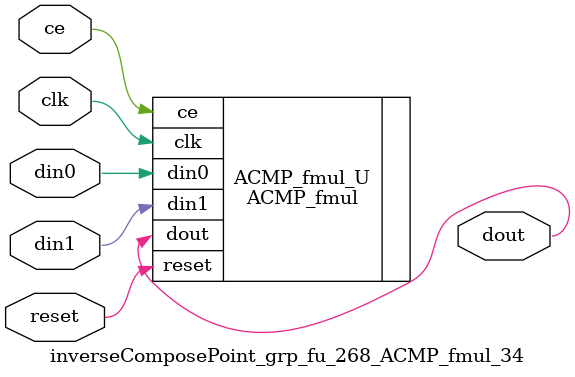
<source format=v>

`timescale 1 ns / 1 ps
module inverseComposePoint_grp_fu_268_ACMP_fmul_34(
    clk,
    reset,
    ce,
    din0,
    din1,
    dout);

parameter ID = 32'd1;
parameter NUM_STAGE = 32'd1;
parameter din0_WIDTH = 32'd1;
parameter din1_WIDTH = 32'd1;
parameter dout_WIDTH = 32'd1;
input clk;
input reset;
input ce;
input[din0_WIDTH - 1:0] din0;
input[din1_WIDTH - 1:0] din1;
output[dout_WIDTH - 1:0] dout;



ACMP_fmul #(
.ID( ID ),
.NUM_STAGE( 4 ),
.din0_WIDTH( din0_WIDTH ),
.din1_WIDTH( din1_WIDTH ),
.dout_WIDTH( dout_WIDTH ))
ACMP_fmul_U(
    .clk( clk ),
    .reset( reset ),
    .ce( ce ),
    .din0( din0 ),
    .din1( din1 ),
    .dout( dout ));

endmodule

</source>
